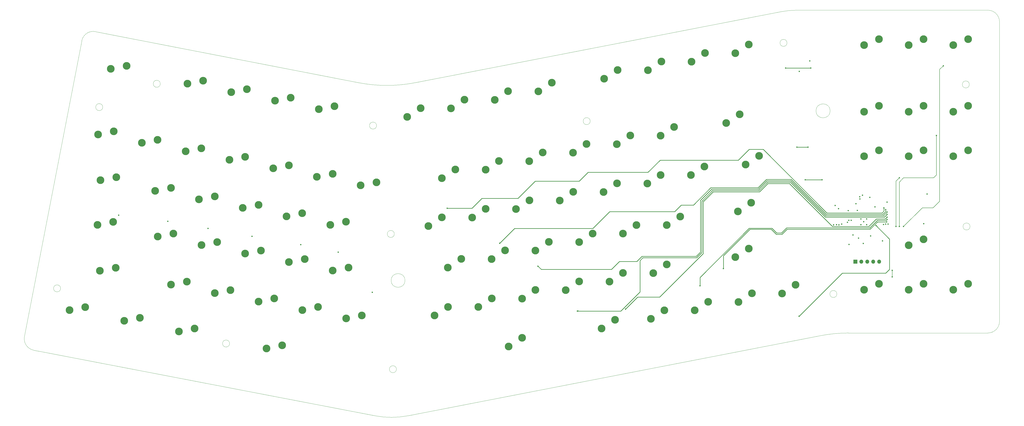
<source format=gbr>
%TF.GenerationSoftware,KiCad,Pcbnew,8.0.4*%
%TF.CreationDate,2024-08-17T15:03:33+09:00*%
%TF.ProjectId,ttaelgam,74746165-6c67-4616-9d2e-6b696361645f,rev?*%
%TF.SameCoordinates,Original*%
%TF.FileFunction,Copper,L3,Inr*%
%TF.FilePolarity,Positive*%
%FSLAX46Y46*%
G04 Gerber Fmt 4.6, Leading zero omitted, Abs format (unit mm)*
G04 Created by KiCad (PCBNEW 8.0.4) date 2024-08-17 15:03:33*
%MOMM*%
%LPD*%
G01*
G04 APERTURE LIST*
%TA.AperFunction,ComponentPad*%
%ADD10C,3.300000*%
%TD*%
%TA.AperFunction,ComponentPad*%
%ADD11R,1.700000X1.700000*%
%TD*%
%TA.AperFunction,ComponentPad*%
%ADD12O,1.700000X1.700000*%
%TD*%
%TA.AperFunction,ViaPad*%
%ADD13C,0.600000*%
%TD*%
%TA.AperFunction,Conductor*%
%ADD14C,0.250000*%
%TD*%
%TA.AperFunction,Conductor*%
%ADD15C,0.200000*%
%TD*%
%TA.AperFunction,Profile*%
%ADD16C,0.050000*%
%TD*%
G04 APERTURE END LIST*
D10*
%TO.N,COL1*%
%TO.C,MX52*%
X158488922Y-230633419D03*
%TO.N,Net-(D52-A)*%
X165206910Y-229351723D03*
%TD*%
%TO.N,COL1*%
%TO.C,MX2*%
X171211112Y-165183426D03*
%TO.N,Net-(D2-A)*%
X177929100Y-163901730D03*
%TD*%
%TO.N,COL4*%
%TO.C,MX55*%
X214588916Y-241538153D03*
%TO.N,Net-(D55-A)*%
X221306904Y-240256457D03*
%TD*%
%TO.N,COL1*%
%TO.C,MX18*%
X151733747Y-190507239D03*
%TO.N,Net-(D18-A)*%
X158451735Y-189225543D03*
%TD*%
%TO.N,COL5*%
%TO.C,MX24*%
X279896559Y-205592121D03*
%TO.N,Net-(D24-A)*%
X285645236Y-201887151D03*
%TD*%
%TO.N,COL17*%
%TO.C,MX69*%
X239004001Y-265690518D03*
%TO.N,Net-(D69-A)*%
X245721989Y-264408822D03*
%TD*%
%TO.N,COL2*%
%TO.C,MX66*%
X182904008Y-254785783D03*
%TO.N,Net-(D66-A)*%
X189621996Y-253504087D03*
%TD*%
%TO.N,COL7*%
%TO.C,MX84*%
X369236195Y-265852467D03*
%TO.N,Net-(D84-A)*%
X374984872Y-262147497D03*
%TD*%
%TO.N,COL6*%
%TO.C,MX58*%
X301191380Y-240265933D03*
%TO.N,Net-(D58-A)*%
X306940057Y-236560963D03*
%TD*%
%TO.N,COL0*%
%TO.C,MX64*%
X133816513Y-245244141D03*
%TO.N,Net-(D64-A)*%
X140534501Y-243962445D03*
%TD*%
%TO.N,COL0*%
%TO.C,MX78*%
X120831603Y-262126683D03*
%TO.N,Net-(D78-A)*%
X127549591Y-260844987D03*
%TD*%
%TO.N,COL8*%
%TO.C,MX73*%
X332876288Y-253513564D03*
%TO.N,Net-(D73-A)*%
X338624965Y-249808594D03*
%TD*%
%TO.N,COL9*%
%TO.C,MX61*%
X357291373Y-229361199D03*
%TO.N,Net-(D61-A)*%
X363040050Y-225656229D03*
%TD*%
%TO.N,COL12*%
%TO.C,MX63*%
X406378868Y-219819557D03*
%TO.N,Net-(D63-A)*%
X412127545Y-216114587D03*
%TD*%
%TO.N,COL14*%
%TO.C,MX89*%
X479407648Y-253416553D03*
%TO.N,Net-(D89-A)*%
X485757648Y-250876553D03*
%TD*%
%TO.N,COL16*%
%TO.C,MX22*%
X226533738Y-205046885D03*
%TO.N,Net-(D22-A)*%
X233251726Y-203765189D03*
%TD*%
%TO.N,COL9*%
%TO.C,MX44*%
X348981462Y-211569929D03*
%TO.N,Net-(D44-A)*%
X354730139Y-207864959D03*
%TD*%
%TO.N,COL3*%
%TO.C,MX67*%
X201604005Y-258420695D03*
%TO.N,Net-(D67-A)*%
X208321993Y-257138999D03*
%TD*%
%TO.N,COL9*%
%TO.C,MX74*%
X351576286Y-249878653D03*
%TO.N,Net-(D74-A)*%
X357324963Y-246173683D03*
%TD*%
%TO.N,COL2*%
%TO.C,MX36*%
X176148832Y-214659604D03*
%TO.N,Net-(D36-A)*%
X182866820Y-213377908D03*
%TD*%
%TO.N,COL16*%
%TO.C,MX39*%
X232248825Y-225564338D03*
%TO.N,Net-(D39-A)*%
X238966813Y-224282642D03*
%TD*%
%TO.N,COL13*%
%TO.C,MX88*%
X460357648Y-253416553D03*
%TO.N,Net-(D88-A)*%
X466707648Y-250876553D03*
%TD*%
%TO.N,COL2*%
%TO.C,MX19*%
X170433744Y-194142151D03*
%TO.N,Net-(D19-A)*%
X177151732Y-192860455D03*
%TD*%
%TO.N,COL2*%
%TO.C,MX3*%
X189911110Y-168818338D03*
%TO.N,Net-(D3-A)*%
X196629098Y-167536642D03*
%TD*%
%TO.N,COL6*%
%TO.C,MX71*%
X295476292Y-260783387D03*
%TO.N,Net-(D71-A)*%
X301224969Y-257078417D03*
%TD*%
%TO.N,COL8*%
%TO.C,MX27*%
X335996552Y-194687387D03*
%TO.N,Net-(D27-A)*%
X341745229Y-190982417D03*
%TD*%
%TO.N,COL4*%
%TO.C,MX5*%
X227311105Y-176088160D03*
%TO.N,Net-(D5-A)*%
X234029093Y-174806464D03*
%TD*%
%TO.N,COL12*%
%TO.C,MX76*%
X405338779Y-239428282D03*
%TO.N,Net-(D76-A)*%
X411087456Y-235723312D03*
%TD*%
%TO.N,COL8*%
%TO.C,MX9*%
X321194186Y-168454846D03*
%TO.N,Net-(D9-A)*%
X326942863Y-164749876D03*
%TD*%
%TO.N,COL12*%
%TO.C,MX13*%
X405344176Y-152097745D03*
%TO.N,Net-(D13-A)*%
X411092853Y-148392775D03*
%TD*%
%TO.N,COL4*%
%TO.C,MX21*%
X207833740Y-201411973D03*
%TO.N,Net-(D21-A)*%
X214551728Y-200130277D03*
%TD*%
%TO.N,COL15*%
%TO.C,MX33*%
X498457648Y-177216553D03*
%TO.N,Net-(D33-A)*%
X504807648Y-174676553D03*
%TD*%
%TO.N,COL7*%
%TO.C,MX26*%
X317296554Y-198322298D03*
%TO.N,Net-(D26-A)*%
X323045231Y-194617328D03*
%TD*%
%TO.N,COL11*%
%TO.C,MX12*%
X386644179Y-155732656D03*
%TO.N,Net-(D12-A)*%
X392392856Y-152027686D03*
%TD*%
%TO.N,COL15*%
%TO.C,MX16*%
X498457648Y-148641553D03*
%TO.N,Net-(D16-A)*%
X504807648Y-146101553D03*
%TD*%
%TO.N,COL0*%
%TO.C,MX34*%
X134073837Y-206481054D03*
%TO.N,Net-(D34-A)*%
X140791825Y-205199358D03*
%TD*%
%TO.N,COL5*%
%TO.C,MX40*%
X274181471Y-226109575D03*
%TO.N,Net-(D40-A)*%
X279930148Y-222404605D03*
%TD*%
%TO.N,COL5*%
%TO.C,MX82*%
X308461202Y-277665929D03*
%TO.N,Net-(D82-A)*%
X314209879Y-273960959D03*
%TD*%
%TO.N,COL8*%
%TO.C,MX43*%
X330281465Y-215204840D03*
%TO.N,Net-(D43-A)*%
X336030142Y-211499870D03*
%TD*%
%TO.N,COL12*%
%TO.C,MX30*%
X401446545Y-181965197D03*
%TO.N,Net-(D30-A)*%
X407195222Y-178260227D03*
%TD*%
%TO.N,COL6*%
%TO.C,MX7*%
X283794190Y-175724669D03*
%TO.N,Net-(D7-A)*%
X289542867Y-172019699D03*
%TD*%
%TO.N,COL4*%
%TO.C,MX68*%
X220304003Y-262055606D03*
%TO.N,Net-(D68-A)*%
X227021991Y-260773910D03*
%TD*%
%TO.N,COL0*%
%TO.C,MX17*%
X133033749Y-186872328D03*
%TO.N,Net-(D17-A)*%
X139751737Y-185590632D03*
%TD*%
%TO.N,COL1*%
%TO.C,MX35*%
X157448834Y-211024693D03*
%TO.N,Net-(D35-A)*%
X164166822Y-209742997D03*
%TD*%
%TO.N,COL3*%
%TO.C,MX4*%
X208611108Y-172453249D03*
%TO.N,Net-(D4-A)*%
X215329096Y-171171553D03*
%TD*%
%TO.N,COL7*%
%TO.C,MX8*%
X302494188Y-172089757D03*
%TO.N,Net-(D8-A)*%
X308242865Y-168384787D03*
%TD*%
%TO.N,COL0*%
%TO.C,MX1*%
X138486116Y-158822331D03*
%TO.N,Net-(D1-A)*%
X145204104Y-157540635D03*
%TD*%
%TO.N,COL14*%
%TO.C,MX49*%
X479407648Y-196266553D03*
%TO.N,Net-(D49-A)*%
X485757648Y-193726553D03*
%TD*%
D11*
%TO.N,GND*%
%TO.C,J3*%
X456634740Y-241390260D03*
D12*
%TO.N,+3V3*%
X459174740Y-241390260D03*
%TO.N,RESET*%
X461714739Y-241390260D03*
%TO.N,SWD*%
X464254740Y-241390260D03*
%TO.N,SWC*%
X466794740Y-241390260D03*
%TD*%
D10*
%TO.N,COL6*%
%TO.C,MX83*%
X348198698Y-269941742D03*
%TO.N,Net-(D83-A)*%
X353947375Y-266236772D03*
%TD*%
%TO.N,COL13*%
%TO.C,MX48*%
X460357648Y-196266553D03*
%TO.N,Net-(D48-A)*%
X466707648Y-193726553D03*
%TD*%
%TO.N,COL10*%
%TO.C,MX62*%
X375991371Y-225726288D03*
%TO.N,Net-(D62-A)*%
X381740048Y-222021318D03*
%TD*%
%TO.N,COL10*%
%TO.C,MX75*%
X370276283Y-246243741D03*
%TO.N,Net-(D75-A)*%
X376024960Y-242538771D03*
%TD*%
%TO.N,COL6*%
%TO.C,MX25*%
X298596556Y-201957210D03*
%TO.N,Net-(D25-A)*%
X304345233Y-198252240D03*
%TD*%
%TO.N,COL14*%
%TO.C,MX32*%
X479407648Y-177216553D03*
%TO.N,Net-(D32-A)*%
X485757648Y-174676553D03*
%TD*%
%TO.N,COL14*%
%TO.C,MX15*%
X479407648Y-148641553D03*
%TO.N,Net-(D15-A)*%
X485757648Y-146101553D03*
%TD*%
%TO.N,COL6*%
%TO.C,MX41*%
X292881469Y-222474663D03*
%TO.N,Net-(D41-A)*%
X298630146Y-218769693D03*
%TD*%
%TO.N,COL11*%
%TO.C,MX86*%
X406636191Y-258582644D03*
%TO.N,Net-(D86-A)*%
X412384868Y-254877674D03*
%TD*%
%TO.N,COL8*%
%TO.C,MX60*%
X338591375Y-232996110D03*
%TO.N,Net-(D60-A)*%
X344340052Y-229291140D03*
%TD*%
%TO.N,COL9*%
%TO.C,MX10*%
X349244183Y-163002479D03*
%TO.N,Net-(D10-A)*%
X354992860Y-159297509D03*
%TD*%
%TO.N,COL3*%
%TO.C,MX81*%
X204981593Y-278483784D03*
%TO.N,Net-(D81-A)*%
X211699581Y-277202088D03*
%TD*%
%TO.N,COL1*%
%TO.C,MX65*%
X164204010Y-251150872D03*
%TO.N,Net-(D65-A)*%
X170921998Y-249869176D03*
%TD*%
%TO.N,COL13*%
%TO.C,MX14*%
X460357648Y-148641553D03*
%TO.N,Net-(D14-A)*%
X466707648Y-146101553D03*
%TD*%
%TO.N,COL4*%
%TO.C,MX38*%
X213548828Y-221929427D03*
%TO.N,Net-(D38-A)*%
X220266816Y-220647731D03*
%TD*%
%TO.N,COL11*%
%TO.C,MX46*%
X386381458Y-204300106D03*
%TO.N,Net-(D46-A)*%
X392130135Y-200595136D03*
%TD*%
%TO.N,COL2*%
%TO.C,MX53*%
X177188920Y-234268330D03*
%TO.N,Net-(D53-A)*%
X183906908Y-232986634D03*
%TD*%
%TO.N,COL10*%
%TO.C,MX29*%
X373396548Y-187417564D03*
%TO.N,Net-(D29-A)*%
X379145225Y-183712594D03*
%TD*%
%TO.N,COL17*%
%TO.C,MX23*%
X245233736Y-208681796D03*
%TO.N,Net-(D23-A)*%
X251951724Y-207400100D03*
%TD*%
%TO.N,COL13*%
%TO.C,MX31*%
X460357648Y-177216553D03*
%TO.N,Net-(D31-A)*%
X466707648Y-174676553D03*
%TD*%
%TO.N,COL3*%
%TO.C,MX37*%
X194848830Y-218294516D03*
%TO.N,Net-(D37-A)*%
X201566818Y-217012820D03*
%TD*%
%TO.N,COL7*%
%TO.C,MX42*%
X311581467Y-218839752D03*
%TO.N,Net-(D42-A)*%
X317330144Y-215134782D03*
%TD*%
%TO.N,COL15*%
%TO.C,MX90*%
X498457648Y-253416553D03*
%TO.N,Net-(D90-A)*%
X504807648Y-250876553D03*
%TD*%
%TO.N,COL10*%
%TO.C,MX45*%
X367681460Y-207935018D03*
%TO.N,Net-(D45-A)*%
X373430137Y-204230048D03*
%TD*%
%TO.N,COL3*%
%TO.C,MX20*%
X189133742Y-197777062D03*
%TO.N,Net-(D20-A)*%
X195851730Y-196495366D03*
%TD*%
%TO.N,COL10*%
%TO.C,MX85*%
X387936193Y-262217556D03*
%TO.N,Net-(D85-A)*%
X393684870Y-258512586D03*
%TD*%
%TO.N,COL15*%
%TO.C,MX50*%
X498457648Y-196266553D03*
%TO.N,Net-(D50-A)*%
X504807648Y-193726553D03*
%TD*%
%TO.N,COL3*%
%TO.C,MX54*%
X195888918Y-237903241D03*
%TO.N,Net-(D54-A)*%
X202606906Y-236621545D03*
%TD*%
%TO.N,COL10*%
%TO.C,MX11*%
X367944181Y-159367567D03*
%TO.N,Net-(D11-A)*%
X373692858Y-155662597D03*
%TD*%
%TO.N,COL2*%
%TO.C,MX80*%
X167581598Y-271213962D03*
%TO.N,Net-(D80-A)*%
X174299586Y-269932266D03*
%TD*%
%TO.N,COL9*%
%TO.C,MX28*%
X354696550Y-191052476D03*
%TO.N,Net-(D28-A)*%
X360445227Y-187347506D03*
%TD*%
%TO.N,COL5*%
%TO.C,MX57*%
X282491382Y-243900845D03*
%TO.N,Net-(D57-A)*%
X288240059Y-240195875D03*
%TD*%
%TO.N,COL7*%
%TO.C,MX59*%
X319891378Y-236631022D03*
%TO.N,Net-(D59-A)*%
X325640055Y-232926052D03*
%TD*%
%TO.N,COL12*%
%TO.C,MX47*%
X409756455Y-199756467D03*
%TO.N,Net-(D47-A)*%
X415505132Y-196051497D03*
%TD*%
%TO.N,COL5*%
%TO.C,MX6*%
X265094193Y-179359580D03*
%TO.N,Net-(D6-A)*%
X270842870Y-175654610D03*
%TD*%
%TO.N,COL1*%
%TO.C,MX79*%
X144206600Y-266670323D03*
%TO.N,Net-(D79-A)*%
X150924588Y-265388627D03*
%TD*%
%TO.N,COL16*%
%TO.C,MX56*%
X233288914Y-245173064D03*
%TO.N,Net-(D56-A)*%
X240006902Y-243891368D03*
%TD*%
%TO.N,COL5*%
%TO.C,MX70*%
X276776294Y-264418298D03*
%TO.N,Net-(D70-A)*%
X282524971Y-260713328D03*
%TD*%
%TO.N,COL14*%
%TO.C,MX77*%
X479407648Y-234366553D03*
%TO.N,Net-(D77-A)*%
X485757648Y-231826553D03*
%TD*%
%TO.N,COL7*%
%TO.C,MX72*%
X314176290Y-257148475D03*
%TO.N,Net-(D72-A)*%
X319924967Y-253443505D03*
%TD*%
%TO.N,COL0*%
%TO.C,MX51*%
X132776425Y-225635415D03*
%TO.N,Net-(D51-A)*%
X139494413Y-224353719D03*
%TD*%
%TO.N,COL12*%
%TO.C,MX87*%
X425336189Y-254947733D03*
%TO.N,Net-(D87-A)*%
X431084866Y-251242763D03*
%TD*%
D13*
%TO.N,GND*%
X487282183Y-212382268D03*
X448009740Y-217296311D03*
X468658261Y-225446311D03*
X468184740Y-232490260D03*
X453609740Y-219496311D03*
X449395526Y-218682097D03*
X459019480Y-225486571D03*
X437109740Y-155396311D03*
X461419480Y-225486571D03*
X460219460Y-224286581D03*
X432628506Y-159939774D03*
X459992629Y-233595167D03*
X461419480Y-223086571D03*
X458484740Y-213615260D03*
X456834740Y-216565260D03*
X463159740Y-230319244D03*
X470209740Y-215896311D03*
X465009740Y-217896311D03*
X453909740Y-234015260D03*
X459019480Y-223086571D03*
%TO.N,+3V3*%
X459682648Y-212940260D03*
X455619480Y-229886571D03*
X458534740Y-214515260D03*
%TO.N,+1V1*%
X462809740Y-213840260D03*
X457509740Y-219465260D03*
X457934740Y-231315260D03*
%TO.N,ROW0*%
X494209740Y-157496311D03*
X477209740Y-226296311D03*
X437609740Y-158496311D03*
X426809740Y-158496311D03*
%TO.N,ROW1*%
X431609740Y-192296311D03*
X491209740Y-187296311D03*
X436409740Y-192296311D03*
X475409740Y-226296311D03*
%TO.N,ROW2*%
X474009740Y-226296311D03*
X475409740Y-205496311D03*
X442409740Y-206296311D03*
X435209740Y-206296311D03*
%TO.N,ROW5*%
X472409740Y-247896311D03*
X472409740Y-245096311D03*
%TO.N,COL0*%
X454809740Y-223696311D03*
X141809740Y-221496311D03*
%TO.N,COL1*%
X453809740Y-223696311D03*
X162809740Y-224096311D03*
%TO.N,COL2*%
X453209740Y-224496311D03*
X180009740Y-227096311D03*
%TO.N,COL3*%
X450809740Y-225296311D03*
X198809740Y-230496311D03*
%TO.N,COL4*%
X219609740Y-234096311D03*
X449573864Y-225615030D03*
%TO.N,COL5*%
X468809740Y-218296311D03*
X282209740Y-218496311D03*
%TO.N,COL6*%
X469609740Y-219096311D03*
X304609740Y-233496311D03*
%TO.N,COL7*%
X470209740Y-220096311D03*
X321009740Y-243296311D03*
%TO.N,COL8*%
X470209740Y-221096311D03*
X337809740Y-262496311D03*
%TO.N,COL9*%
X470209740Y-222296311D03*
X358409740Y-261696311D03*
%TO.N,COL10*%
X470209740Y-223296311D03*
X390209740Y-251696311D03*
%TO.N,COL11*%
X400209740Y-244296311D03*
X470009740Y-224296311D03*
%TO.N,COL12*%
X432609740Y-264696311D03*
X465409740Y-225896311D03*
%TO.N,COL13*%
X469609740Y-225296311D03*
%TO.N,COL14*%
X470609740Y-225296311D03*
%TO.N,COL15*%
X485809740Y-225096311D03*
%TO.N,COL16*%
X235609740Y-237296311D03*
X448609740Y-225496311D03*
%TO.N,COL17*%
X250209740Y-254496311D03*
X447332442Y-225573609D03*
%TD*%
D14*
%TO.N,ROW0*%
X426809740Y-158496311D02*
X437609740Y-158496311D01*
D15*
X489809740Y-218296311D02*
X492609740Y-215496311D01*
X492609740Y-159096311D02*
X494209740Y-157496311D01*
X492609740Y-215496311D02*
X492609740Y-159096311D01*
X485209740Y-218296311D02*
X489809740Y-218296311D01*
X477209740Y-226296311D02*
X485209740Y-218296311D01*
%TO.N,ROW1*%
X491209740Y-204296311D02*
X491209740Y-187296311D01*
X475409740Y-207296311D02*
X477209740Y-205496311D01*
X490009740Y-205496311D02*
X490209740Y-205296311D01*
X477209740Y-205496311D02*
X490009740Y-205496311D01*
X475409740Y-226296311D02*
X475409740Y-207296311D01*
D14*
X431609740Y-192296311D02*
X436409740Y-192296311D01*
D15*
X490209740Y-205296311D02*
X491209740Y-204296311D01*
%TO.N,ROW2*%
X474009740Y-206896311D02*
X475409740Y-205496311D01*
D14*
X435209740Y-206296311D02*
X442409740Y-206296311D01*
D15*
X474009740Y-226296311D02*
X474009740Y-206896311D01*
%TO.N,ROW5*%
X472409740Y-245096311D02*
X472409740Y-247896311D01*
D14*
%TO.N,COL5*%
X368009740Y-203096311D02*
X373209740Y-197896311D01*
X468809740Y-219696311D02*
X468809740Y-218296311D01*
X417209740Y-193296311D02*
X444409740Y-220496311D01*
X373209740Y-197896311D02*
X406609740Y-197896311D01*
X342409740Y-203096311D02*
X368009740Y-203096311D01*
X406609740Y-197896311D02*
X411209740Y-193296311D01*
X282209740Y-218496311D02*
X292809740Y-218496311D01*
X411209740Y-193296311D02*
X417209740Y-193296311D01*
X297009740Y-214296311D02*
X312409740Y-214296311D01*
X338609740Y-206896311D02*
X342409740Y-203096311D01*
X319809740Y-206896311D02*
X338609740Y-206896311D01*
X444409740Y-220496311D02*
X468009740Y-220496311D01*
X292809740Y-218496311D02*
X297009740Y-214296311D01*
X468009740Y-220496311D02*
X468809740Y-219696311D01*
X312409740Y-214296311D02*
X319809740Y-206896311D01*
%TO.N,COL6*%
X311009740Y-227096311D02*
X344409740Y-227096311D01*
X468409740Y-221096311D02*
X469609740Y-219896311D01*
X429209740Y-206096311D02*
X444209740Y-221096311D01*
X394809740Y-209696311D02*
X415009740Y-209696311D01*
X444209740Y-221096311D02*
X468409740Y-221096311D01*
X469609740Y-219896311D02*
X469609740Y-219096311D01*
X379409740Y-219896311D02*
X382209740Y-217096311D01*
X387409740Y-217096311D02*
X394809740Y-209696311D01*
X351609740Y-219896311D02*
X379409740Y-219896311D01*
X304609740Y-233496311D02*
X311009740Y-227096311D01*
X344409740Y-227096311D02*
X351609740Y-219896311D01*
X418609740Y-206096311D02*
X429209740Y-206096311D01*
X415009740Y-209696311D02*
X418609740Y-206096311D01*
X382209740Y-217096311D02*
X387409740Y-217096311D01*
%TO.N,COL7*%
X390409740Y-237296311D02*
X390409740Y-215096311D01*
X418809740Y-206696311D02*
X429009740Y-206696311D01*
X322409740Y-244696311D02*
X352409740Y-244696311D01*
X415209740Y-210296311D02*
X418809740Y-206696311D01*
X321009740Y-243296311D02*
X322409740Y-244696311D01*
X429009740Y-206696311D02*
X444009740Y-221696311D01*
X365409740Y-239096311D02*
X388609740Y-239096311D01*
X388609740Y-239096311D02*
X390409740Y-237296311D01*
X444009740Y-221696311D02*
X468609740Y-221696311D01*
X355809740Y-241296311D02*
X363209740Y-241296311D01*
X395209740Y-210296311D02*
X415209740Y-210296311D01*
X363209740Y-241296311D02*
X365409740Y-239096311D01*
X390409740Y-215096311D02*
X395209740Y-210296311D01*
X468609740Y-221696311D02*
X470209740Y-220096311D01*
X352409740Y-244696311D02*
X355809740Y-241296311D01*
%TO.N,COL8*%
X415409740Y-210896311D02*
X419009740Y-207296311D01*
X391009740Y-237496311D02*
X391009740Y-215496311D01*
X388809740Y-239696311D02*
X391009740Y-237496311D01*
X443846136Y-222296311D02*
X469009740Y-222296311D01*
X337809740Y-262496311D02*
X356409740Y-262496311D01*
X428959740Y-207446311D02*
X428996136Y-207446311D01*
X356409740Y-262496311D02*
X364609740Y-254296311D01*
X365809740Y-239696311D02*
X388809740Y-239696311D01*
X428996136Y-207446311D02*
X443846136Y-222296311D01*
X428809740Y-207296311D02*
X428959740Y-207446311D01*
X419009740Y-207296311D02*
X428809740Y-207296311D01*
X364609740Y-240896311D02*
X365809740Y-239696311D01*
X395609740Y-210896311D02*
X415409740Y-210896311D01*
X364609740Y-254296311D02*
X364609740Y-240896311D01*
X391009740Y-215496311D02*
X395609740Y-210896311D01*
X469009740Y-222296311D02*
X470209740Y-221096311D01*
%TO.N,COL9*%
X462409740Y-226296311D02*
X465609740Y-223096311D01*
X465609740Y-223096311D02*
X469409740Y-223096311D01*
X419209740Y-207896311D02*
X428609740Y-207896311D01*
X446809740Y-226296311D02*
X462409740Y-226296311D01*
X363568465Y-256537586D02*
X372968465Y-256537586D01*
X428609740Y-208096311D02*
X446809740Y-226296311D01*
X469409740Y-223096311D02*
X470209740Y-222296311D01*
X415609740Y-211496311D02*
X419209740Y-207896311D01*
X358409740Y-261696311D02*
X363568465Y-256537586D01*
X391609740Y-237896311D02*
X391609740Y-215696311D01*
X372968465Y-256537586D02*
X391609740Y-237896311D01*
X391609740Y-215696311D02*
X395809740Y-211496311D01*
X428609740Y-207896311D02*
X428609740Y-208096311D01*
X395809740Y-211496311D02*
X415609740Y-211496311D01*
%TO.N,COL10*%
X390209740Y-251696311D02*
X390209740Y-248096311D01*
X466009740Y-223696311D02*
X469809740Y-223696311D01*
X427209740Y-226896311D02*
X462809740Y-226896311D01*
X423009740Y-229096311D02*
X425009740Y-229096311D01*
X411259740Y-227046311D02*
X420959740Y-227046311D01*
X462809740Y-226896311D02*
X466009740Y-223696311D01*
X425009740Y-229096311D02*
X427209740Y-226896311D01*
X390209740Y-248096311D02*
X411259740Y-227046311D01*
X469809740Y-223696311D02*
X470209740Y-223296311D01*
X420959740Y-227046311D02*
X423009740Y-229096311D01*
%TO.N,COL11*%
X422809740Y-229696311D02*
X425209740Y-229696311D01*
X425209740Y-229696311D02*
X427409740Y-227496311D01*
X427409740Y-227496311D02*
X462925856Y-227496311D01*
X420609740Y-227496311D02*
X422809740Y-229696311D01*
X462925856Y-227496311D02*
X466125856Y-224296311D01*
X400209740Y-244296311D02*
X400209740Y-238830280D01*
X411543709Y-227496311D02*
X420609740Y-227496311D01*
X466125856Y-224296311D02*
X470009740Y-224296311D01*
X400209740Y-238830280D02*
X411543709Y-227496311D01*
%TO.N,COL12*%
X432609740Y-264696311D02*
X451009740Y-246296311D01*
X451009740Y-246296311D02*
X469609740Y-246296311D01*
X469609740Y-246296311D02*
X471209740Y-244696311D01*
X471209740Y-231696311D02*
X465409740Y-225896311D01*
X471209740Y-244696311D02*
X471209740Y-231696311D01*
%TD*%
%TA.AperFunction,Conductor*%
%TO.N,COL8*%
G36*
X338401542Y-262368740D02*
G01*
X338408410Y-262374485D01*
X338409740Y-262379903D01*
X338409740Y-262612718D01*
X338406313Y-262620991D01*
X338401541Y-262623882D01*
X337934727Y-262770281D01*
X337925808Y-262769487D01*
X337920431Y-262763629D01*
X337810623Y-262500820D01*
X337810597Y-262491867D01*
X337810602Y-262491853D01*
X337920431Y-262228991D01*
X337926782Y-262222681D01*
X337934726Y-262222340D01*
X338401542Y-262368740D01*
G37*
%TD.AperFunction*%
%TD*%
D16*
X518209740Y-265496311D02*
X518209740Y-266896311D01*
X259609740Y-229496311D02*
G75*
G02*
X256609740Y-229496311I-1500000J0D01*
G01*
X256609740Y-229496311D02*
G75*
G02*
X259609740Y-229496311I1500000J0D01*
G01*
X265437832Y-307329325D02*
G75*
G02*
X251379039Y-307342807I-7064232J36319425D01*
G01*
X135009740Y-175196311D02*
G75*
G02*
X132009740Y-175196311I-1500000J0D01*
G01*
X132009740Y-175196311D02*
G75*
G02*
X135009740Y-175196311I1500000J0D01*
G01*
X126058534Y-146810875D02*
G75*
G02*
X131923193Y-142853234I4908866J-950125D01*
G01*
X518209740Y-141696311D02*
X518209740Y-265496311D01*
X513209740Y-133696311D02*
G75*
G02*
X518209689Y-138696311I-40J-4999989D01*
G01*
X108809740Y-279896311D02*
X105509757Y-279252412D01*
X268442894Y-164756920D02*
G75*
G02*
X244377335Y-164753073I-12022894J61842120D01*
G01*
X448709740Y-255196311D02*
G75*
G02*
X445709740Y-255196311I-1500000J0D01*
G01*
X445709740Y-255196311D02*
G75*
G02*
X448709740Y-255196311I1500000J0D01*
G01*
X159609740Y-165196311D02*
G75*
G02*
X156609740Y-165196311I-1500000J0D01*
G01*
X156609740Y-165196311D02*
G75*
G02*
X159609740Y-165196311I1500000J0D01*
G01*
X441651426Y-273055222D02*
X265437832Y-307329325D01*
X431773007Y-133696311D02*
X513209740Y-133696311D01*
X424711961Y-134376322D02*
X268442894Y-164756920D01*
X424711961Y-134376322D02*
G75*
G02*
X431773007Y-133696313I7061039J-36319978D01*
G01*
X518209740Y-266896311D02*
G75*
G02*
X513209740Y-271896340I-5000040J11D01*
G01*
X505609740Y-226296311D02*
G75*
G02*
X502609740Y-226296311I-1500000J0D01*
G01*
X502609740Y-226296311D02*
G75*
G02*
X505609740Y-226296311I1500000J0D01*
G01*
X101558410Y-273394850D02*
X126058534Y-146810875D01*
X513209740Y-271896311D02*
X511809740Y-271896311D01*
X505309740Y-165496311D02*
G75*
G02*
X502309740Y-165496311I-1500000J0D01*
G01*
X502309740Y-165496311D02*
G75*
G02*
X505309740Y-165496311I1500000J0D01*
G01*
X117009740Y-252796311D02*
G75*
G02*
X114009740Y-252796311I-1500000J0D01*
G01*
X114009740Y-252796311D02*
G75*
G02*
X117009740Y-252796311I1500000J0D01*
G01*
X518209740Y-141696311D02*
X518209740Y-138696311D01*
X252009740Y-183096311D02*
G75*
G02*
X249009740Y-183096311I-1500000J0D01*
G01*
X249009740Y-183096311D02*
G75*
G02*
X252009740Y-183096311I1500000J0D01*
G01*
X445809740Y-176796311D02*
G75*
G02*
X439809740Y-176796311I-3000000J0D01*
G01*
X439809740Y-176796311D02*
G75*
G02*
X445809740Y-176796311I3000000J0D01*
G01*
X260509740Y-287396311D02*
G75*
G02*
X257509740Y-287396311I-1500000J0D01*
G01*
X257509740Y-287396311D02*
G75*
G02*
X260509740Y-287396311I1500000J0D01*
G01*
X105509757Y-279252412D02*
G75*
G02*
X101558450Y-273394858I957543J4907412D01*
G01*
X189209740Y-276396311D02*
G75*
G02*
X186209740Y-276396311I-1500000J0D01*
G01*
X186209740Y-276396311D02*
G75*
G02*
X189209740Y-276396311I1500000J0D01*
G01*
X264150828Y-249396311D02*
G75*
G02*
X258268652Y-249396311I-2941088J0D01*
G01*
X258268652Y-249396311D02*
G75*
G02*
X264150828Y-249396311I2941088J0D01*
G01*
X343309740Y-181196311D02*
G75*
G02*
X340309740Y-181196311I-1500000J0D01*
G01*
X340309740Y-181196311D02*
G75*
G02*
X343309740Y-181196311I1500000J0D01*
G01*
X441651426Y-273055222D02*
G75*
G02*
X453679714Y-271896313I12028274J-61841078D01*
G01*
X427409740Y-147696311D02*
G75*
G02*
X424409740Y-147696311I-1500000J0D01*
G01*
X424409740Y-147696311D02*
G75*
G02*
X427409740Y-147696311I1500000J0D01*
G01*
X244377337Y-164753061D02*
X131923203Y-142853183D01*
X251379039Y-307342807D02*
X108809740Y-279896311D01*
X511809740Y-271896311D02*
X453679714Y-271896311D01*
M02*

</source>
